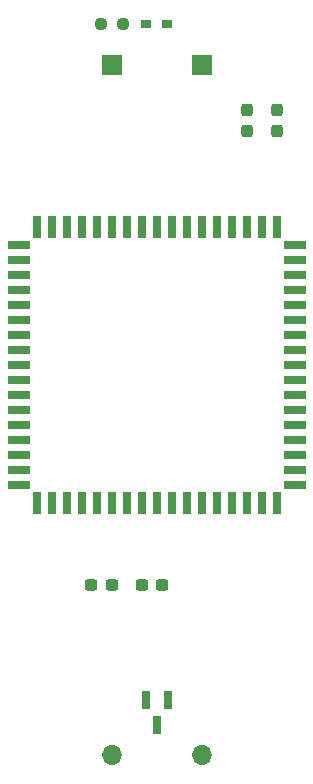
<source format=gbr>
G04 #@! TF.GenerationSoftware,KiCad,Pcbnew,9.0.7-9.0.7~ubuntu25.10.1*
G04 #@! TF.CreationDate,2026-02-01T15:36:24+09:00*
G04 #@! TF.ProjectId,bionic-tms370cx5x,62696f6e-6963-42d7-946d-733337306378,3*
G04 #@! TF.SameCoordinates,Original*
G04 #@! TF.FileFunction,Soldermask,Top*
G04 #@! TF.FilePolarity,Negative*
%FSLAX46Y46*%
G04 Gerber Fmt 4.6, Leading zero omitted, Abs format (unit mm)*
G04 Created by KiCad (PCBNEW 9.0.7-9.0.7~ubuntu25.10.1) date 2026-02-01 15:36:24*
%MOMM*%
%LPD*%
G01*
G04 APERTURE LIST*
G04 Aperture macros list*
%AMRoundRect*
0 Rectangle with rounded corners*
0 $1 Rounding radius*
0 $2 $3 $4 $5 $6 $7 $8 $9 X,Y pos of 4 corners*
0 Add a 4 corners polygon primitive as box body*
4,1,4,$2,$3,$4,$5,$6,$7,$8,$9,$2,$3,0*
0 Add four circle primitives for the rounded corners*
1,1,$1+$1,$2,$3*
1,1,$1+$1,$4,$5*
1,1,$1+$1,$6,$7*
1,1,$1+$1,$8,$9*
0 Add four rect primitives between the rounded corners*
20,1,$1+$1,$2,$3,$4,$5,0*
20,1,$1+$1,$4,$5,$6,$7,0*
20,1,$1+$1,$6,$7,$8,$9,0*
20,1,$1+$1,$8,$9,$2,$3,0*%
G04 Aperture macros list end*
%ADD10R,0.700000X1.910000*%
%ADD11R,1.910000X0.700000*%
%ADD12R,0.965200X0.762000*%
%ADD13RoundRect,0.237500X0.300000X0.237500X-0.300000X0.237500X-0.300000X-0.237500X0.300000X-0.237500X0*%
%ADD14RoundRect,0.237500X0.237500X-0.300000X0.237500X0.300000X-0.237500X0.300000X-0.237500X-0.300000X0*%
%ADD15RoundRect,0.237500X-0.300000X-0.237500X0.300000X-0.237500X0.300000X0.237500X-0.300000X0.237500X0*%
%ADD16RoundRect,0.237500X0.250000X0.237500X-0.250000X0.237500X-0.250000X-0.237500X0.250000X-0.237500X0*%
%ADD17R,0.660400X1.625600*%
%ADD18O,1.700000X1.700000*%
%ADD19R,1.700000X1.700000*%
G04 APERTURE END LIST*
D10*
X113696000Y-88800000D03*
X112426000Y-88800000D03*
X111156000Y-88800000D03*
X109886000Y-88800000D03*
X108616000Y-88800000D03*
X107346000Y-88800000D03*
X106076000Y-88800000D03*
X104806000Y-88800000D03*
X103536000Y-88800000D03*
D11*
X102016000Y-90320000D03*
X102016000Y-91590000D03*
X102016000Y-92860000D03*
X102016000Y-94130000D03*
X102016000Y-95400000D03*
X102016000Y-96670000D03*
X102016000Y-97940000D03*
X102016000Y-99210000D03*
X102016000Y-100480000D03*
X102016000Y-101750000D03*
X102016000Y-103020000D03*
X102016000Y-104290000D03*
X102016000Y-105560000D03*
X102016000Y-106830000D03*
X102016000Y-108100000D03*
X102016000Y-109370000D03*
X102016000Y-110640000D03*
D10*
X103536000Y-112160000D03*
X104806000Y-112160000D03*
X106076000Y-112160000D03*
X107346000Y-112160000D03*
X108616000Y-112160000D03*
X109886000Y-112160000D03*
X111156000Y-112160000D03*
X112426000Y-112160000D03*
X113696000Y-112160000D03*
X114966000Y-112160000D03*
X116236000Y-112160000D03*
X117506000Y-112160000D03*
X118776000Y-112160000D03*
X120046000Y-112160000D03*
X121316000Y-112160000D03*
X122586000Y-112160000D03*
X123856000Y-112160000D03*
D11*
X125376000Y-110640000D03*
X125376000Y-109370000D03*
X125376000Y-108100000D03*
X125376000Y-106830000D03*
X125376000Y-105560000D03*
X125376000Y-104290000D03*
X125376000Y-103020000D03*
X125376000Y-101750000D03*
X125376000Y-100480000D03*
X125376000Y-99210000D03*
X125376000Y-97940000D03*
X125376000Y-96670000D03*
X125376000Y-95400000D03*
X125376000Y-94130000D03*
X125376000Y-92860000D03*
X125376000Y-91590000D03*
X125376000Y-90320000D03*
D10*
X123856000Y-88800000D03*
X122586000Y-88800000D03*
X121316000Y-88800000D03*
X120046000Y-88800000D03*
X118776000Y-88800000D03*
X117506000Y-88800000D03*
X116236000Y-88800000D03*
X114966000Y-88800000D03*
D12*
X112823700Y-71600200D03*
X114576300Y-71600200D03*
D13*
X109888900Y-119123600D03*
X108163900Y-119123600D03*
D14*
X123860000Y-80615000D03*
X123860000Y-78890000D03*
D15*
X112431100Y-119123600D03*
X114156100Y-119123600D03*
D16*
X110827900Y-71600200D03*
X109002900Y-71600200D03*
D17*
X114650001Y-128828000D03*
X112749999Y-128828000D03*
X113700000Y-130960000D03*
D14*
X121320000Y-80615000D03*
X121320000Y-78890000D03*
D18*
X117510000Y-133500000D03*
D19*
X117510000Y-75080000D03*
X109890000Y-75080000D03*
D18*
X109890000Y-133500000D03*
M02*

</source>
